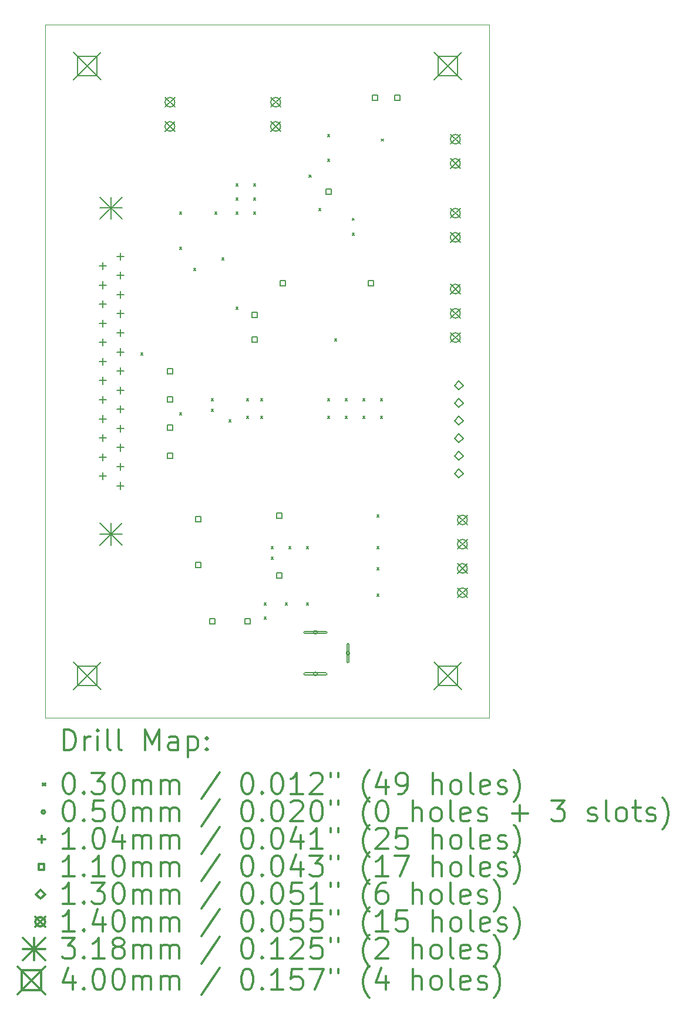
<source format=gbr>
%FSLAX45Y45*%
G04 Gerber Fmt 4.5, Leading zero omitted, Abs format (unit mm)*
G04 Created by KiCad (PCBNEW 4.0.6) date 11/29/17 10:44:15*
%MOMM*%
%LPD*%
G01*
G04 APERTURE LIST*
%ADD10C,0.127000*%
%ADD11C,0.100000*%
%ADD12C,0.200000*%
%ADD13C,0.300000*%
G04 APERTURE END LIST*
D10*
D11*
X5114400Y-14900300D02*
X11514400Y-14900300D01*
X11514400Y-4900300D02*
X11514400Y-14900300D01*
X5114400Y-4900300D02*
X11514400Y-4900300D01*
X5114400Y-4900300D02*
X5114400Y-14900300D01*
D12*
X6487400Y-9637000D02*
X6517400Y-9667000D01*
X6517400Y-9637000D02*
X6487400Y-9667000D01*
X7046200Y-7605000D02*
X7076200Y-7635000D01*
X7076200Y-7605000D02*
X7046200Y-7635000D01*
X7046200Y-8113000D02*
X7076200Y-8143000D01*
X7076200Y-8113000D02*
X7046200Y-8143000D01*
X7046200Y-10500600D02*
X7076200Y-10530600D01*
X7076200Y-10500600D02*
X7046200Y-10530600D01*
X7249400Y-8417800D02*
X7279400Y-8447800D01*
X7279400Y-8417800D02*
X7249400Y-8447800D01*
X7503400Y-10297400D02*
X7533400Y-10327400D01*
X7533400Y-10297400D02*
X7503400Y-10327400D01*
X7503400Y-10449800D02*
X7533400Y-10479800D01*
X7533400Y-10449800D02*
X7503400Y-10479800D01*
X7554200Y-7605000D02*
X7584200Y-7635000D01*
X7584200Y-7605000D02*
X7554200Y-7635000D01*
X7655800Y-8265400D02*
X7685800Y-8295400D01*
X7685800Y-8265400D02*
X7655800Y-8295400D01*
X7757400Y-10602200D02*
X7787400Y-10632200D01*
X7787400Y-10602200D02*
X7757400Y-10632200D01*
X7859000Y-7198600D02*
X7889000Y-7228600D01*
X7889000Y-7198600D02*
X7859000Y-7228600D01*
X7859000Y-7401800D02*
X7889000Y-7431800D01*
X7889000Y-7401800D02*
X7859000Y-7431800D01*
X7859000Y-7605000D02*
X7889000Y-7635000D01*
X7889000Y-7605000D02*
X7859000Y-7635000D01*
X7859000Y-8976600D02*
X7889000Y-9006600D01*
X7889000Y-8976600D02*
X7859000Y-9006600D01*
X8011400Y-10297400D02*
X8041400Y-10327400D01*
X8041400Y-10297400D02*
X8011400Y-10327400D01*
X8011400Y-10551400D02*
X8041400Y-10581400D01*
X8041400Y-10551400D02*
X8011400Y-10581400D01*
X8113000Y-7198600D02*
X8143000Y-7228600D01*
X8143000Y-7198600D02*
X8113000Y-7228600D01*
X8113000Y-7401800D02*
X8143000Y-7431800D01*
X8143000Y-7401800D02*
X8113000Y-7431800D01*
X8113000Y-7605000D02*
X8143000Y-7635000D01*
X8143000Y-7605000D02*
X8113000Y-7635000D01*
X8214600Y-10297400D02*
X8244600Y-10327400D01*
X8244600Y-10297400D02*
X8214600Y-10327400D01*
X8214600Y-10551400D02*
X8244600Y-10581400D01*
X8244600Y-10551400D02*
X8214600Y-10581400D01*
X8265400Y-13243800D02*
X8295400Y-13273800D01*
X8295400Y-13243800D02*
X8265400Y-13273800D01*
X8265400Y-13447000D02*
X8295400Y-13477000D01*
X8295400Y-13447000D02*
X8265400Y-13477000D01*
X8367000Y-12431000D02*
X8397000Y-12461000D01*
X8397000Y-12431000D02*
X8367000Y-12461000D01*
X8367000Y-12583400D02*
X8397000Y-12613400D01*
X8397000Y-12583400D02*
X8367000Y-12613400D01*
X8570200Y-13243800D02*
X8600200Y-13273800D01*
X8600200Y-13243800D02*
X8570200Y-13273800D01*
X8621000Y-12431000D02*
X8651000Y-12461000D01*
X8651000Y-12431000D02*
X8621000Y-12461000D01*
X8875000Y-12431000D02*
X8905000Y-12461000D01*
X8905000Y-12431000D02*
X8875000Y-12461000D01*
X8875000Y-13243800D02*
X8905000Y-13273800D01*
X8905000Y-13243800D02*
X8875000Y-13273800D01*
X8913100Y-7071600D02*
X8943100Y-7101600D01*
X8943100Y-7071600D02*
X8913100Y-7101600D01*
X9052800Y-7554200D02*
X9082800Y-7584200D01*
X9082800Y-7554200D02*
X9052800Y-7584200D01*
X9179800Y-6487400D02*
X9209800Y-6517400D01*
X9209800Y-6487400D02*
X9179800Y-6517400D01*
X9179800Y-6843000D02*
X9209800Y-6873000D01*
X9209800Y-6843000D02*
X9179800Y-6873000D01*
X9179800Y-10297400D02*
X9209800Y-10327400D01*
X9209800Y-10297400D02*
X9179800Y-10327400D01*
X9179800Y-10551400D02*
X9209800Y-10581400D01*
X9209800Y-10551400D02*
X9179800Y-10581400D01*
X9281400Y-9433800D02*
X9311400Y-9463800D01*
X9311400Y-9433800D02*
X9281400Y-9463800D01*
X9433800Y-10297400D02*
X9463800Y-10327400D01*
X9463800Y-10297400D02*
X9433800Y-10327400D01*
X9433800Y-10551400D02*
X9463800Y-10581400D01*
X9463800Y-10551400D02*
X9433800Y-10581400D01*
X9535400Y-7693900D02*
X9565400Y-7723900D01*
X9565400Y-7693900D02*
X9535400Y-7723900D01*
X9535400Y-7909800D02*
X9565400Y-7939800D01*
X9565400Y-7909800D02*
X9535400Y-7939800D01*
X9687800Y-10297400D02*
X9717800Y-10327400D01*
X9717800Y-10297400D02*
X9687800Y-10327400D01*
X9687800Y-10551400D02*
X9717800Y-10581400D01*
X9717800Y-10551400D02*
X9687800Y-10581400D01*
X9891000Y-11973800D02*
X9921000Y-12003800D01*
X9921000Y-11973800D02*
X9891000Y-12003800D01*
X9891000Y-12431000D02*
X9921000Y-12461000D01*
X9921000Y-12431000D02*
X9891000Y-12461000D01*
X9891000Y-12735800D02*
X9921000Y-12765800D01*
X9921000Y-12735800D02*
X9891000Y-12765800D01*
X9891000Y-13116800D02*
X9921000Y-13146800D01*
X9921000Y-13116800D02*
X9891000Y-13146800D01*
X9941800Y-10297400D02*
X9971800Y-10327400D01*
X9971800Y-10297400D02*
X9941800Y-10327400D01*
X9941800Y-10551400D02*
X9971800Y-10581400D01*
X9971800Y-10551400D02*
X9941800Y-10581400D01*
X9954500Y-6550900D02*
X9984500Y-6580900D01*
X9984500Y-6550900D02*
X9954500Y-6580900D01*
X9029700Y-13670000D02*
G75*
G03X9029700Y-13670000I-25000J0D01*
G01*
X8849700Y-13685000D02*
X9159700Y-13685000D01*
X8849700Y-13655000D02*
X9159700Y-13655000D01*
X9159700Y-13685000D02*
G75*
G03X9159700Y-13655000I0J15000D01*
G01*
X8849700Y-13655000D02*
G75*
G03X8849700Y-13685000I0J-15000D01*
G01*
X9029700Y-14270000D02*
G75*
G03X9029700Y-14270000I-25000J0D01*
G01*
X8849700Y-14285000D02*
X9159700Y-14285000D01*
X8849700Y-14255000D02*
X9159700Y-14255000D01*
X9159700Y-14285000D02*
G75*
G03X9159700Y-14255000I0J15000D01*
G01*
X8849700Y-14255000D02*
G75*
G03X8849700Y-14285000I0J-15000D01*
G01*
X9499200Y-13970000D02*
G75*
G03X9499200Y-13970000I-25000J0D01*
G01*
X9489200Y-14097500D02*
X9489200Y-13842500D01*
X9459200Y-14097500D02*
X9459200Y-13842500D01*
X9489200Y-13842500D02*
G75*
G03X9459200Y-13842500I-15000J0D01*
G01*
X9459200Y-14097500D02*
G75*
G03X9489200Y-14097500I15000J0D01*
G01*
X5943092Y-8331400D02*
X5943092Y-8435400D01*
X5891092Y-8383400D02*
X5995092Y-8383400D01*
X5943092Y-8607200D02*
X5943092Y-8711200D01*
X5891092Y-8659200D02*
X5995092Y-8659200D01*
X5943092Y-8883000D02*
X5943092Y-8987000D01*
X5891092Y-8935000D02*
X5995092Y-8935000D01*
X5943092Y-9158800D02*
X5943092Y-9262800D01*
X5891092Y-9210800D02*
X5995092Y-9210800D01*
X5943092Y-9434600D02*
X5943092Y-9538600D01*
X5891092Y-9486600D02*
X5995092Y-9486600D01*
X5943092Y-9710400D02*
X5943092Y-9814400D01*
X5891092Y-9762400D02*
X5995092Y-9762400D01*
X5943092Y-9986200D02*
X5943092Y-10090200D01*
X5891092Y-10038200D02*
X5995092Y-10038200D01*
X5943092Y-10262000D02*
X5943092Y-10366000D01*
X5891092Y-10314000D02*
X5995092Y-10314000D01*
X5943092Y-10537800D02*
X5943092Y-10641800D01*
X5891092Y-10589800D02*
X5995092Y-10589800D01*
X5943092Y-10813600D02*
X5943092Y-10917600D01*
X5891092Y-10865600D02*
X5995092Y-10865600D01*
X5943092Y-11089400D02*
X5943092Y-11193400D01*
X5891092Y-11141400D02*
X5995092Y-11141400D01*
X5943092Y-11365200D02*
X5943092Y-11469200D01*
X5891092Y-11417200D02*
X5995092Y-11417200D01*
X6197092Y-8193500D02*
X6197092Y-8297500D01*
X6145092Y-8245500D02*
X6249092Y-8245500D01*
X6197092Y-8469300D02*
X6197092Y-8573300D01*
X6145092Y-8521300D02*
X6249092Y-8521300D01*
X6197092Y-8745100D02*
X6197092Y-8849100D01*
X6145092Y-8797100D02*
X6249092Y-8797100D01*
X6197092Y-9020900D02*
X6197092Y-9124900D01*
X6145092Y-9072900D02*
X6249092Y-9072900D01*
X6197092Y-9296700D02*
X6197092Y-9400700D01*
X6145092Y-9348700D02*
X6249092Y-9348700D01*
X6197092Y-9572500D02*
X6197092Y-9676500D01*
X6145092Y-9624500D02*
X6249092Y-9624500D01*
X6197092Y-9848300D02*
X6197092Y-9952300D01*
X6145092Y-9900300D02*
X6249092Y-9900300D01*
X6197092Y-10124100D02*
X6197092Y-10228100D01*
X6145092Y-10176100D02*
X6249092Y-10176100D01*
X6197092Y-10399900D02*
X6197092Y-10503900D01*
X6145092Y-10451900D02*
X6249092Y-10451900D01*
X6197092Y-10675700D02*
X6197092Y-10779700D01*
X6145092Y-10727700D02*
X6249092Y-10727700D01*
X6197092Y-10951500D02*
X6197092Y-11055500D01*
X6145092Y-11003500D02*
X6249092Y-11003500D01*
X6197092Y-11227300D02*
X6197092Y-11331300D01*
X6145092Y-11279300D02*
X6249092Y-11279300D01*
X6197092Y-11503100D02*
X6197092Y-11607100D01*
X6145092Y-11555100D02*
X6249092Y-11555100D01*
X6947691Y-9944891D02*
X6947691Y-9867109D01*
X6869909Y-9867109D01*
X6869909Y-9944891D01*
X6947691Y-9944891D01*
X6947691Y-10351291D02*
X6947691Y-10273509D01*
X6869909Y-10273509D01*
X6869909Y-10351291D01*
X6947691Y-10351291D01*
X6947691Y-10757691D02*
X6947691Y-10679909D01*
X6869909Y-10679909D01*
X6869909Y-10757691D01*
X6947691Y-10757691D01*
X6947691Y-11164091D02*
X6947691Y-11086309D01*
X6869909Y-11086309D01*
X6869909Y-11164091D01*
X6947691Y-11164091D01*
X7354091Y-12078491D02*
X7354091Y-12000709D01*
X7276309Y-12000709D01*
X7276309Y-12078491D01*
X7354091Y-12078491D01*
X7354091Y-12738891D02*
X7354091Y-12661109D01*
X7276309Y-12661109D01*
X7276309Y-12738891D01*
X7354091Y-12738891D01*
X7557291Y-13551691D02*
X7557291Y-13473909D01*
X7479509Y-13473909D01*
X7479509Y-13551691D01*
X7557291Y-13551691D01*
X8065291Y-13551691D02*
X8065291Y-13473909D01*
X7987509Y-13473909D01*
X7987509Y-13551691D01*
X8065291Y-13551691D01*
X8166891Y-9132091D02*
X8166891Y-9054309D01*
X8089109Y-9054309D01*
X8089109Y-9132091D01*
X8166891Y-9132091D01*
X8166891Y-9487691D02*
X8166891Y-9409909D01*
X8089109Y-9409909D01*
X8089109Y-9487691D01*
X8166891Y-9487691D01*
X8522491Y-12027691D02*
X8522491Y-11949909D01*
X8444709Y-11949909D01*
X8444709Y-12027691D01*
X8522491Y-12027691D01*
X8522491Y-12891291D02*
X8522491Y-12813509D01*
X8444709Y-12813509D01*
X8444709Y-12891291D01*
X8522491Y-12891291D01*
X8573291Y-8674891D02*
X8573291Y-8597109D01*
X8495509Y-8597109D01*
X8495509Y-8674891D01*
X8573291Y-8674891D01*
X9233691Y-7354091D02*
X9233691Y-7276309D01*
X9155909Y-7276309D01*
X9155909Y-7354091D01*
X9233691Y-7354091D01*
X9843291Y-8674891D02*
X9843291Y-8597109D01*
X9765509Y-8597109D01*
X9765509Y-8674891D01*
X9843291Y-8674891D01*
X9906791Y-5995191D02*
X9906791Y-5917409D01*
X9829009Y-5917409D01*
X9829009Y-5995191D01*
X9906791Y-5995191D01*
X10224291Y-5995191D02*
X10224291Y-5917409D01*
X10146509Y-5917409D01*
X10146509Y-5995191D01*
X10224291Y-5995191D01*
X11074400Y-10174200D02*
X11139400Y-10109200D01*
X11074400Y-10044200D01*
X11009400Y-10109200D01*
X11074400Y-10174200D01*
X11074400Y-10428200D02*
X11139400Y-10363200D01*
X11074400Y-10298200D01*
X11009400Y-10363200D01*
X11074400Y-10428200D01*
X11074400Y-10682200D02*
X11139400Y-10617200D01*
X11074400Y-10552200D01*
X11009400Y-10617200D01*
X11074400Y-10682200D01*
X11074400Y-10936200D02*
X11139400Y-10871200D01*
X11074400Y-10806200D01*
X11009400Y-10871200D01*
X11074400Y-10936200D01*
X11074400Y-11190200D02*
X11139400Y-11125200D01*
X11074400Y-11060200D01*
X11009400Y-11125200D01*
X11074400Y-11190200D01*
X11074400Y-11444200D02*
X11139400Y-11379200D01*
X11074400Y-11314200D01*
X11009400Y-11379200D01*
X11074400Y-11444200D01*
X6838800Y-5952600D02*
X6978800Y-6092600D01*
X6978800Y-5952600D02*
X6838800Y-6092600D01*
X6978800Y-6022600D02*
G75*
G03X6978800Y-6022600I-70000J0D01*
G01*
X6838800Y-6302600D02*
X6978800Y-6442600D01*
X6978800Y-6302600D02*
X6838800Y-6442600D01*
X6978800Y-6372600D02*
G75*
G03X6978800Y-6372600I-70000J0D01*
G01*
X8362800Y-5952600D02*
X8502800Y-6092600D01*
X8502800Y-5952600D02*
X8362800Y-6092600D01*
X8502800Y-6022600D02*
G75*
G03X8502800Y-6022600I-70000J0D01*
G01*
X8362800Y-6302600D02*
X8502800Y-6442600D01*
X8502800Y-6302600D02*
X8362800Y-6442600D01*
X8502800Y-6372600D02*
G75*
G03X8502800Y-6372600I-70000J0D01*
G01*
X10953600Y-6486000D02*
X11093600Y-6626000D01*
X11093600Y-6486000D02*
X10953600Y-6626000D01*
X11093600Y-6556000D02*
G75*
G03X11093600Y-6556000I-70000J0D01*
G01*
X10953600Y-6836000D02*
X11093600Y-6976000D01*
X11093600Y-6836000D02*
X10953600Y-6976000D01*
X11093600Y-6906000D02*
G75*
G03X11093600Y-6906000I-70000J0D01*
G01*
X10953600Y-7552800D02*
X11093600Y-7692800D01*
X11093600Y-7552800D02*
X10953600Y-7692800D01*
X11093600Y-7622800D02*
G75*
G03X11093600Y-7622800I-70000J0D01*
G01*
X10953600Y-7902800D02*
X11093600Y-8042800D01*
X11093600Y-7902800D02*
X10953600Y-8042800D01*
X11093600Y-7972800D02*
G75*
G03X11093600Y-7972800I-70000J0D01*
G01*
X10953600Y-8647800D02*
X11093600Y-8787800D01*
X11093600Y-8647800D02*
X10953600Y-8787800D01*
X11093600Y-8717800D02*
G75*
G03X11093600Y-8717800I-70000J0D01*
G01*
X10953600Y-8997800D02*
X11093600Y-9137800D01*
X11093600Y-8997800D02*
X10953600Y-9137800D01*
X11093600Y-9067800D02*
G75*
G03X11093600Y-9067800I-70000J0D01*
G01*
X10953600Y-9347800D02*
X11093600Y-9487800D01*
X11093600Y-9347800D02*
X10953600Y-9487800D01*
X11093600Y-9417800D02*
G75*
G03X11093600Y-9417800I-70000J0D01*
G01*
X11055200Y-11978000D02*
X11195200Y-12118000D01*
X11195200Y-11978000D02*
X11055200Y-12118000D01*
X11195200Y-12048000D02*
G75*
G03X11195200Y-12048000I-70000J0D01*
G01*
X11055200Y-12328000D02*
X11195200Y-12468000D01*
X11195200Y-12328000D02*
X11055200Y-12468000D01*
X11195200Y-12398000D02*
G75*
G03X11195200Y-12398000I-70000J0D01*
G01*
X11055200Y-12678000D02*
X11195200Y-12818000D01*
X11195200Y-12678000D02*
X11055200Y-12818000D01*
X11195200Y-12748000D02*
G75*
G03X11195200Y-12748000I-70000J0D01*
G01*
X11055200Y-13028000D02*
X11195200Y-13168000D01*
X11195200Y-13028000D02*
X11055200Y-13168000D01*
X11195200Y-13098000D02*
G75*
G03X11195200Y-13098000I-70000J0D01*
G01*
X5898092Y-7390500D02*
X6216092Y-7708500D01*
X6216092Y-7390500D02*
X5898092Y-7708500D01*
X6057092Y-7390500D02*
X6057092Y-7708500D01*
X5898092Y-7549500D02*
X6216092Y-7549500D01*
X5898092Y-12092100D02*
X6216092Y-12410100D01*
X6216092Y-12092100D02*
X5898092Y-12410100D01*
X6057092Y-12092100D02*
X6057092Y-12410100D01*
X5898092Y-12251100D02*
X6216092Y-12251100D01*
X5514400Y-5300300D02*
X5914400Y-5700300D01*
X5914400Y-5300300D02*
X5514400Y-5700300D01*
X5855823Y-5641723D02*
X5855823Y-5358877D01*
X5572977Y-5358877D01*
X5572977Y-5641723D01*
X5855823Y-5641723D01*
X5514400Y-14100300D02*
X5914400Y-14500300D01*
X5914400Y-14100300D02*
X5514400Y-14500300D01*
X5855823Y-14441723D02*
X5855823Y-14158877D01*
X5572977Y-14158877D01*
X5572977Y-14441723D01*
X5855823Y-14441723D01*
X10714400Y-5300300D02*
X11114400Y-5700300D01*
X11114400Y-5300300D02*
X10714400Y-5700300D01*
X11055823Y-5641723D02*
X11055823Y-5358877D01*
X10772977Y-5358877D01*
X10772977Y-5641723D01*
X11055823Y-5641723D01*
X10714400Y-14100300D02*
X11114400Y-14500300D01*
X11114400Y-14100300D02*
X10714400Y-14500300D01*
X11055823Y-14441723D02*
X11055823Y-14158877D01*
X10772977Y-14158877D01*
X10772977Y-14441723D01*
X11055823Y-14441723D01*
D13*
X5380829Y-15371014D02*
X5380829Y-15071014D01*
X5452257Y-15071014D01*
X5495114Y-15085300D01*
X5523686Y-15113871D01*
X5537971Y-15142443D01*
X5552257Y-15199586D01*
X5552257Y-15242443D01*
X5537971Y-15299586D01*
X5523686Y-15328157D01*
X5495114Y-15356729D01*
X5452257Y-15371014D01*
X5380829Y-15371014D01*
X5680828Y-15371014D02*
X5680828Y-15171014D01*
X5680828Y-15228157D02*
X5695114Y-15199586D01*
X5709400Y-15185300D01*
X5737971Y-15171014D01*
X5766543Y-15171014D01*
X5866543Y-15371014D02*
X5866543Y-15171014D01*
X5866543Y-15071014D02*
X5852257Y-15085300D01*
X5866543Y-15099586D01*
X5880828Y-15085300D01*
X5866543Y-15071014D01*
X5866543Y-15099586D01*
X6052257Y-15371014D02*
X6023686Y-15356729D01*
X6009400Y-15328157D01*
X6009400Y-15071014D01*
X6209400Y-15371014D02*
X6180828Y-15356729D01*
X6166543Y-15328157D01*
X6166543Y-15071014D01*
X6552257Y-15371014D02*
X6552257Y-15071014D01*
X6652257Y-15285300D01*
X6752257Y-15071014D01*
X6752257Y-15371014D01*
X7023686Y-15371014D02*
X7023686Y-15213871D01*
X7009400Y-15185300D01*
X6980828Y-15171014D01*
X6923686Y-15171014D01*
X6895114Y-15185300D01*
X7023686Y-15356729D02*
X6995114Y-15371014D01*
X6923686Y-15371014D01*
X6895114Y-15356729D01*
X6880828Y-15328157D01*
X6880828Y-15299586D01*
X6895114Y-15271014D01*
X6923686Y-15256729D01*
X6995114Y-15256729D01*
X7023686Y-15242443D01*
X7166543Y-15171014D02*
X7166543Y-15471014D01*
X7166543Y-15185300D02*
X7195114Y-15171014D01*
X7252257Y-15171014D01*
X7280828Y-15185300D01*
X7295114Y-15199586D01*
X7309400Y-15228157D01*
X7309400Y-15313871D01*
X7295114Y-15342443D01*
X7280828Y-15356729D01*
X7252257Y-15371014D01*
X7195114Y-15371014D01*
X7166543Y-15356729D01*
X7437971Y-15342443D02*
X7452257Y-15356729D01*
X7437971Y-15371014D01*
X7423686Y-15356729D01*
X7437971Y-15342443D01*
X7437971Y-15371014D01*
X7437971Y-15185300D02*
X7452257Y-15199586D01*
X7437971Y-15213871D01*
X7423686Y-15199586D01*
X7437971Y-15185300D01*
X7437971Y-15213871D01*
X5079400Y-15850300D02*
X5109400Y-15880300D01*
X5109400Y-15850300D02*
X5079400Y-15880300D01*
X5437971Y-15701014D02*
X5466543Y-15701014D01*
X5495114Y-15715300D01*
X5509400Y-15729586D01*
X5523686Y-15758157D01*
X5537971Y-15815300D01*
X5537971Y-15886729D01*
X5523686Y-15943871D01*
X5509400Y-15972443D01*
X5495114Y-15986729D01*
X5466543Y-16001014D01*
X5437971Y-16001014D01*
X5409400Y-15986729D01*
X5395114Y-15972443D01*
X5380829Y-15943871D01*
X5366543Y-15886729D01*
X5366543Y-15815300D01*
X5380829Y-15758157D01*
X5395114Y-15729586D01*
X5409400Y-15715300D01*
X5437971Y-15701014D01*
X5666543Y-15972443D02*
X5680828Y-15986729D01*
X5666543Y-16001014D01*
X5652257Y-15986729D01*
X5666543Y-15972443D01*
X5666543Y-16001014D01*
X5780828Y-15701014D02*
X5966543Y-15701014D01*
X5866543Y-15815300D01*
X5909400Y-15815300D01*
X5937971Y-15829586D01*
X5952257Y-15843871D01*
X5966543Y-15872443D01*
X5966543Y-15943871D01*
X5952257Y-15972443D01*
X5937971Y-15986729D01*
X5909400Y-16001014D01*
X5823686Y-16001014D01*
X5795114Y-15986729D01*
X5780828Y-15972443D01*
X6152257Y-15701014D02*
X6180828Y-15701014D01*
X6209400Y-15715300D01*
X6223686Y-15729586D01*
X6237971Y-15758157D01*
X6252257Y-15815300D01*
X6252257Y-15886729D01*
X6237971Y-15943871D01*
X6223686Y-15972443D01*
X6209400Y-15986729D01*
X6180828Y-16001014D01*
X6152257Y-16001014D01*
X6123686Y-15986729D01*
X6109400Y-15972443D01*
X6095114Y-15943871D01*
X6080828Y-15886729D01*
X6080828Y-15815300D01*
X6095114Y-15758157D01*
X6109400Y-15729586D01*
X6123686Y-15715300D01*
X6152257Y-15701014D01*
X6380828Y-16001014D02*
X6380828Y-15801014D01*
X6380828Y-15829586D02*
X6395114Y-15815300D01*
X6423686Y-15801014D01*
X6466543Y-15801014D01*
X6495114Y-15815300D01*
X6509400Y-15843871D01*
X6509400Y-16001014D01*
X6509400Y-15843871D02*
X6523686Y-15815300D01*
X6552257Y-15801014D01*
X6595114Y-15801014D01*
X6623686Y-15815300D01*
X6637971Y-15843871D01*
X6637971Y-16001014D01*
X6780828Y-16001014D02*
X6780828Y-15801014D01*
X6780828Y-15829586D02*
X6795114Y-15815300D01*
X6823686Y-15801014D01*
X6866543Y-15801014D01*
X6895114Y-15815300D01*
X6909400Y-15843871D01*
X6909400Y-16001014D01*
X6909400Y-15843871D02*
X6923686Y-15815300D01*
X6952257Y-15801014D01*
X6995114Y-15801014D01*
X7023686Y-15815300D01*
X7037971Y-15843871D01*
X7037971Y-16001014D01*
X7623686Y-15686729D02*
X7366543Y-16072443D01*
X8009400Y-15701014D02*
X8037971Y-15701014D01*
X8066543Y-15715300D01*
X8080828Y-15729586D01*
X8095114Y-15758157D01*
X8109400Y-15815300D01*
X8109400Y-15886729D01*
X8095114Y-15943871D01*
X8080828Y-15972443D01*
X8066543Y-15986729D01*
X8037971Y-16001014D01*
X8009400Y-16001014D01*
X7980828Y-15986729D01*
X7966543Y-15972443D01*
X7952257Y-15943871D01*
X7937971Y-15886729D01*
X7937971Y-15815300D01*
X7952257Y-15758157D01*
X7966543Y-15729586D01*
X7980828Y-15715300D01*
X8009400Y-15701014D01*
X8237971Y-15972443D02*
X8252257Y-15986729D01*
X8237971Y-16001014D01*
X8223686Y-15986729D01*
X8237971Y-15972443D01*
X8237971Y-16001014D01*
X8437971Y-15701014D02*
X8466543Y-15701014D01*
X8495114Y-15715300D01*
X8509400Y-15729586D01*
X8523686Y-15758157D01*
X8537971Y-15815300D01*
X8537971Y-15886729D01*
X8523686Y-15943871D01*
X8509400Y-15972443D01*
X8495114Y-15986729D01*
X8466543Y-16001014D01*
X8437971Y-16001014D01*
X8409400Y-15986729D01*
X8395114Y-15972443D01*
X8380828Y-15943871D01*
X8366543Y-15886729D01*
X8366543Y-15815300D01*
X8380828Y-15758157D01*
X8395114Y-15729586D01*
X8409400Y-15715300D01*
X8437971Y-15701014D01*
X8823686Y-16001014D02*
X8652257Y-16001014D01*
X8737971Y-16001014D02*
X8737971Y-15701014D01*
X8709400Y-15743871D01*
X8680828Y-15772443D01*
X8652257Y-15786729D01*
X8937971Y-15729586D02*
X8952257Y-15715300D01*
X8980828Y-15701014D01*
X9052257Y-15701014D01*
X9080828Y-15715300D01*
X9095114Y-15729586D01*
X9109400Y-15758157D01*
X9109400Y-15786729D01*
X9095114Y-15829586D01*
X8923686Y-16001014D01*
X9109400Y-16001014D01*
X9223686Y-15701014D02*
X9223686Y-15758157D01*
X9337971Y-15701014D02*
X9337971Y-15758157D01*
X9780828Y-16115300D02*
X9766543Y-16101014D01*
X9737971Y-16058157D01*
X9723686Y-16029586D01*
X9709400Y-15986729D01*
X9695114Y-15915300D01*
X9695114Y-15858157D01*
X9709400Y-15786729D01*
X9723686Y-15743871D01*
X9737971Y-15715300D01*
X9766543Y-15672443D01*
X9780828Y-15658157D01*
X10023686Y-15801014D02*
X10023686Y-16001014D01*
X9952257Y-15686729D02*
X9880828Y-15901014D01*
X10066543Y-15901014D01*
X10195114Y-16001014D02*
X10252257Y-16001014D01*
X10280828Y-15986729D01*
X10295114Y-15972443D01*
X10323686Y-15929586D01*
X10337971Y-15872443D01*
X10337971Y-15758157D01*
X10323686Y-15729586D01*
X10309400Y-15715300D01*
X10280828Y-15701014D01*
X10223686Y-15701014D01*
X10195114Y-15715300D01*
X10180828Y-15729586D01*
X10166543Y-15758157D01*
X10166543Y-15829586D01*
X10180828Y-15858157D01*
X10195114Y-15872443D01*
X10223686Y-15886729D01*
X10280828Y-15886729D01*
X10309400Y-15872443D01*
X10323686Y-15858157D01*
X10337971Y-15829586D01*
X10695114Y-16001014D02*
X10695114Y-15701014D01*
X10823686Y-16001014D02*
X10823686Y-15843871D01*
X10809400Y-15815300D01*
X10780828Y-15801014D01*
X10737971Y-15801014D01*
X10709400Y-15815300D01*
X10695114Y-15829586D01*
X11009400Y-16001014D02*
X10980828Y-15986729D01*
X10966543Y-15972443D01*
X10952257Y-15943871D01*
X10952257Y-15858157D01*
X10966543Y-15829586D01*
X10980828Y-15815300D01*
X11009400Y-15801014D01*
X11052257Y-15801014D01*
X11080828Y-15815300D01*
X11095114Y-15829586D01*
X11109400Y-15858157D01*
X11109400Y-15943871D01*
X11095114Y-15972443D01*
X11080828Y-15986729D01*
X11052257Y-16001014D01*
X11009400Y-16001014D01*
X11280828Y-16001014D02*
X11252257Y-15986729D01*
X11237971Y-15958157D01*
X11237971Y-15701014D01*
X11509400Y-15986729D02*
X11480828Y-16001014D01*
X11423686Y-16001014D01*
X11395114Y-15986729D01*
X11380828Y-15958157D01*
X11380828Y-15843871D01*
X11395114Y-15815300D01*
X11423686Y-15801014D01*
X11480828Y-15801014D01*
X11509400Y-15815300D01*
X11523686Y-15843871D01*
X11523686Y-15872443D01*
X11380828Y-15901014D01*
X11637971Y-15986729D02*
X11666543Y-16001014D01*
X11723686Y-16001014D01*
X11752257Y-15986729D01*
X11766543Y-15958157D01*
X11766543Y-15943871D01*
X11752257Y-15915300D01*
X11723686Y-15901014D01*
X11680828Y-15901014D01*
X11652257Y-15886729D01*
X11637971Y-15858157D01*
X11637971Y-15843871D01*
X11652257Y-15815300D01*
X11680828Y-15801014D01*
X11723686Y-15801014D01*
X11752257Y-15815300D01*
X11866543Y-16115300D02*
X11880828Y-16101014D01*
X11909400Y-16058157D01*
X11923686Y-16029586D01*
X11937971Y-15986729D01*
X11952257Y-15915300D01*
X11952257Y-15858157D01*
X11937971Y-15786729D01*
X11923686Y-15743871D01*
X11909400Y-15715300D01*
X11880828Y-15672443D01*
X11866543Y-15658157D01*
X5109400Y-16261300D02*
G75*
G03X5109400Y-16261300I-25000J0D01*
G01*
X5437971Y-16097014D02*
X5466543Y-16097014D01*
X5495114Y-16111300D01*
X5509400Y-16125586D01*
X5523686Y-16154157D01*
X5537971Y-16211300D01*
X5537971Y-16282729D01*
X5523686Y-16339871D01*
X5509400Y-16368443D01*
X5495114Y-16382729D01*
X5466543Y-16397014D01*
X5437971Y-16397014D01*
X5409400Y-16382729D01*
X5395114Y-16368443D01*
X5380829Y-16339871D01*
X5366543Y-16282729D01*
X5366543Y-16211300D01*
X5380829Y-16154157D01*
X5395114Y-16125586D01*
X5409400Y-16111300D01*
X5437971Y-16097014D01*
X5666543Y-16368443D02*
X5680828Y-16382729D01*
X5666543Y-16397014D01*
X5652257Y-16382729D01*
X5666543Y-16368443D01*
X5666543Y-16397014D01*
X5952257Y-16097014D02*
X5809400Y-16097014D01*
X5795114Y-16239871D01*
X5809400Y-16225586D01*
X5837971Y-16211300D01*
X5909400Y-16211300D01*
X5937971Y-16225586D01*
X5952257Y-16239871D01*
X5966543Y-16268443D01*
X5966543Y-16339871D01*
X5952257Y-16368443D01*
X5937971Y-16382729D01*
X5909400Y-16397014D01*
X5837971Y-16397014D01*
X5809400Y-16382729D01*
X5795114Y-16368443D01*
X6152257Y-16097014D02*
X6180828Y-16097014D01*
X6209400Y-16111300D01*
X6223686Y-16125586D01*
X6237971Y-16154157D01*
X6252257Y-16211300D01*
X6252257Y-16282729D01*
X6237971Y-16339871D01*
X6223686Y-16368443D01*
X6209400Y-16382729D01*
X6180828Y-16397014D01*
X6152257Y-16397014D01*
X6123686Y-16382729D01*
X6109400Y-16368443D01*
X6095114Y-16339871D01*
X6080828Y-16282729D01*
X6080828Y-16211300D01*
X6095114Y-16154157D01*
X6109400Y-16125586D01*
X6123686Y-16111300D01*
X6152257Y-16097014D01*
X6380828Y-16397014D02*
X6380828Y-16197014D01*
X6380828Y-16225586D02*
X6395114Y-16211300D01*
X6423686Y-16197014D01*
X6466543Y-16197014D01*
X6495114Y-16211300D01*
X6509400Y-16239871D01*
X6509400Y-16397014D01*
X6509400Y-16239871D02*
X6523686Y-16211300D01*
X6552257Y-16197014D01*
X6595114Y-16197014D01*
X6623686Y-16211300D01*
X6637971Y-16239871D01*
X6637971Y-16397014D01*
X6780828Y-16397014D02*
X6780828Y-16197014D01*
X6780828Y-16225586D02*
X6795114Y-16211300D01*
X6823686Y-16197014D01*
X6866543Y-16197014D01*
X6895114Y-16211300D01*
X6909400Y-16239871D01*
X6909400Y-16397014D01*
X6909400Y-16239871D02*
X6923686Y-16211300D01*
X6952257Y-16197014D01*
X6995114Y-16197014D01*
X7023686Y-16211300D01*
X7037971Y-16239871D01*
X7037971Y-16397014D01*
X7623686Y-16082729D02*
X7366543Y-16468443D01*
X8009400Y-16097014D02*
X8037971Y-16097014D01*
X8066543Y-16111300D01*
X8080828Y-16125586D01*
X8095114Y-16154157D01*
X8109400Y-16211300D01*
X8109400Y-16282729D01*
X8095114Y-16339871D01*
X8080828Y-16368443D01*
X8066543Y-16382729D01*
X8037971Y-16397014D01*
X8009400Y-16397014D01*
X7980828Y-16382729D01*
X7966543Y-16368443D01*
X7952257Y-16339871D01*
X7937971Y-16282729D01*
X7937971Y-16211300D01*
X7952257Y-16154157D01*
X7966543Y-16125586D01*
X7980828Y-16111300D01*
X8009400Y-16097014D01*
X8237971Y-16368443D02*
X8252257Y-16382729D01*
X8237971Y-16397014D01*
X8223686Y-16382729D01*
X8237971Y-16368443D01*
X8237971Y-16397014D01*
X8437971Y-16097014D02*
X8466543Y-16097014D01*
X8495114Y-16111300D01*
X8509400Y-16125586D01*
X8523686Y-16154157D01*
X8537971Y-16211300D01*
X8537971Y-16282729D01*
X8523686Y-16339871D01*
X8509400Y-16368443D01*
X8495114Y-16382729D01*
X8466543Y-16397014D01*
X8437971Y-16397014D01*
X8409400Y-16382729D01*
X8395114Y-16368443D01*
X8380828Y-16339871D01*
X8366543Y-16282729D01*
X8366543Y-16211300D01*
X8380828Y-16154157D01*
X8395114Y-16125586D01*
X8409400Y-16111300D01*
X8437971Y-16097014D01*
X8652257Y-16125586D02*
X8666543Y-16111300D01*
X8695114Y-16097014D01*
X8766543Y-16097014D01*
X8795114Y-16111300D01*
X8809400Y-16125586D01*
X8823686Y-16154157D01*
X8823686Y-16182729D01*
X8809400Y-16225586D01*
X8637971Y-16397014D01*
X8823686Y-16397014D01*
X9009400Y-16097014D02*
X9037971Y-16097014D01*
X9066543Y-16111300D01*
X9080828Y-16125586D01*
X9095114Y-16154157D01*
X9109400Y-16211300D01*
X9109400Y-16282729D01*
X9095114Y-16339871D01*
X9080828Y-16368443D01*
X9066543Y-16382729D01*
X9037971Y-16397014D01*
X9009400Y-16397014D01*
X8980828Y-16382729D01*
X8966543Y-16368443D01*
X8952257Y-16339871D01*
X8937971Y-16282729D01*
X8937971Y-16211300D01*
X8952257Y-16154157D01*
X8966543Y-16125586D01*
X8980828Y-16111300D01*
X9009400Y-16097014D01*
X9223686Y-16097014D02*
X9223686Y-16154157D01*
X9337971Y-16097014D02*
X9337971Y-16154157D01*
X9780828Y-16511300D02*
X9766543Y-16497014D01*
X9737971Y-16454157D01*
X9723686Y-16425586D01*
X9709400Y-16382729D01*
X9695114Y-16311300D01*
X9695114Y-16254157D01*
X9709400Y-16182729D01*
X9723686Y-16139871D01*
X9737971Y-16111300D01*
X9766543Y-16068443D01*
X9780828Y-16054157D01*
X9952257Y-16097014D02*
X9980828Y-16097014D01*
X10009400Y-16111300D01*
X10023686Y-16125586D01*
X10037971Y-16154157D01*
X10052257Y-16211300D01*
X10052257Y-16282729D01*
X10037971Y-16339871D01*
X10023686Y-16368443D01*
X10009400Y-16382729D01*
X9980828Y-16397014D01*
X9952257Y-16397014D01*
X9923686Y-16382729D01*
X9909400Y-16368443D01*
X9895114Y-16339871D01*
X9880828Y-16282729D01*
X9880828Y-16211300D01*
X9895114Y-16154157D01*
X9909400Y-16125586D01*
X9923686Y-16111300D01*
X9952257Y-16097014D01*
X10409400Y-16397014D02*
X10409400Y-16097014D01*
X10537971Y-16397014D02*
X10537971Y-16239871D01*
X10523686Y-16211300D01*
X10495114Y-16197014D01*
X10452257Y-16197014D01*
X10423686Y-16211300D01*
X10409400Y-16225586D01*
X10723686Y-16397014D02*
X10695114Y-16382729D01*
X10680828Y-16368443D01*
X10666543Y-16339871D01*
X10666543Y-16254157D01*
X10680828Y-16225586D01*
X10695114Y-16211300D01*
X10723686Y-16197014D01*
X10766543Y-16197014D01*
X10795114Y-16211300D01*
X10809400Y-16225586D01*
X10823686Y-16254157D01*
X10823686Y-16339871D01*
X10809400Y-16368443D01*
X10795114Y-16382729D01*
X10766543Y-16397014D01*
X10723686Y-16397014D01*
X10995114Y-16397014D02*
X10966543Y-16382729D01*
X10952257Y-16354157D01*
X10952257Y-16097014D01*
X11223686Y-16382729D02*
X11195114Y-16397014D01*
X11137971Y-16397014D01*
X11109400Y-16382729D01*
X11095114Y-16354157D01*
X11095114Y-16239871D01*
X11109400Y-16211300D01*
X11137971Y-16197014D01*
X11195114Y-16197014D01*
X11223686Y-16211300D01*
X11237971Y-16239871D01*
X11237971Y-16268443D01*
X11095114Y-16297014D01*
X11352257Y-16382729D02*
X11380828Y-16397014D01*
X11437971Y-16397014D01*
X11466543Y-16382729D01*
X11480828Y-16354157D01*
X11480828Y-16339871D01*
X11466543Y-16311300D01*
X11437971Y-16297014D01*
X11395114Y-16297014D01*
X11366543Y-16282729D01*
X11352257Y-16254157D01*
X11352257Y-16239871D01*
X11366543Y-16211300D01*
X11395114Y-16197014D01*
X11437971Y-16197014D01*
X11466543Y-16211300D01*
X11837971Y-16282729D02*
X12066543Y-16282729D01*
X11952257Y-16397014D02*
X11952257Y-16168443D01*
X12409400Y-16097014D02*
X12595114Y-16097014D01*
X12495114Y-16211300D01*
X12537971Y-16211300D01*
X12566543Y-16225586D01*
X12580828Y-16239871D01*
X12595114Y-16268443D01*
X12595114Y-16339871D01*
X12580828Y-16368443D01*
X12566543Y-16382729D01*
X12537971Y-16397014D01*
X12452257Y-16397014D01*
X12423686Y-16382729D01*
X12409400Y-16368443D01*
X12937971Y-16382729D02*
X12966543Y-16397014D01*
X13023685Y-16397014D01*
X13052257Y-16382729D01*
X13066543Y-16354157D01*
X13066543Y-16339871D01*
X13052257Y-16311300D01*
X13023685Y-16297014D01*
X12980828Y-16297014D01*
X12952257Y-16282729D01*
X12937971Y-16254157D01*
X12937971Y-16239871D01*
X12952257Y-16211300D01*
X12980828Y-16197014D01*
X13023685Y-16197014D01*
X13052257Y-16211300D01*
X13237971Y-16397014D02*
X13209400Y-16382729D01*
X13195114Y-16354157D01*
X13195114Y-16097014D01*
X13395114Y-16397014D02*
X13366543Y-16382729D01*
X13352257Y-16368443D01*
X13337971Y-16339871D01*
X13337971Y-16254157D01*
X13352257Y-16225586D01*
X13366543Y-16211300D01*
X13395114Y-16197014D01*
X13437971Y-16197014D01*
X13466543Y-16211300D01*
X13480828Y-16225586D01*
X13495114Y-16254157D01*
X13495114Y-16339871D01*
X13480828Y-16368443D01*
X13466543Y-16382729D01*
X13437971Y-16397014D01*
X13395114Y-16397014D01*
X13580828Y-16197014D02*
X13695114Y-16197014D01*
X13623686Y-16097014D02*
X13623686Y-16354157D01*
X13637971Y-16382729D01*
X13666543Y-16397014D01*
X13695114Y-16397014D01*
X13780828Y-16382729D02*
X13809400Y-16397014D01*
X13866543Y-16397014D01*
X13895114Y-16382729D01*
X13909400Y-16354157D01*
X13909400Y-16339871D01*
X13895114Y-16311300D01*
X13866543Y-16297014D01*
X13823686Y-16297014D01*
X13795114Y-16282729D01*
X13780828Y-16254157D01*
X13780828Y-16239871D01*
X13795114Y-16211300D01*
X13823686Y-16197014D01*
X13866543Y-16197014D01*
X13895114Y-16211300D01*
X14009400Y-16511300D02*
X14023686Y-16497014D01*
X14052257Y-16454157D01*
X14066543Y-16425586D01*
X14080828Y-16382729D01*
X14095114Y-16311300D01*
X14095114Y-16254157D01*
X14080828Y-16182729D01*
X14066543Y-16139871D01*
X14052257Y-16111300D01*
X14023686Y-16068443D01*
X14009400Y-16054157D01*
X5057400Y-16605300D02*
X5057400Y-16709300D01*
X5005400Y-16657300D02*
X5109400Y-16657300D01*
X5537971Y-16793014D02*
X5366543Y-16793014D01*
X5452257Y-16793014D02*
X5452257Y-16493014D01*
X5423686Y-16535871D01*
X5395114Y-16564443D01*
X5366543Y-16578729D01*
X5666543Y-16764443D02*
X5680828Y-16778729D01*
X5666543Y-16793014D01*
X5652257Y-16778729D01*
X5666543Y-16764443D01*
X5666543Y-16793014D01*
X5866543Y-16493014D02*
X5895114Y-16493014D01*
X5923686Y-16507300D01*
X5937971Y-16521586D01*
X5952257Y-16550157D01*
X5966543Y-16607300D01*
X5966543Y-16678729D01*
X5952257Y-16735871D01*
X5937971Y-16764443D01*
X5923686Y-16778729D01*
X5895114Y-16793014D01*
X5866543Y-16793014D01*
X5837971Y-16778729D01*
X5823686Y-16764443D01*
X5809400Y-16735871D01*
X5795114Y-16678729D01*
X5795114Y-16607300D01*
X5809400Y-16550157D01*
X5823686Y-16521586D01*
X5837971Y-16507300D01*
X5866543Y-16493014D01*
X6223686Y-16593014D02*
X6223686Y-16793014D01*
X6152257Y-16478729D02*
X6080828Y-16693014D01*
X6266543Y-16693014D01*
X6380828Y-16793014D02*
X6380828Y-16593014D01*
X6380828Y-16621586D02*
X6395114Y-16607300D01*
X6423686Y-16593014D01*
X6466543Y-16593014D01*
X6495114Y-16607300D01*
X6509400Y-16635871D01*
X6509400Y-16793014D01*
X6509400Y-16635871D02*
X6523686Y-16607300D01*
X6552257Y-16593014D01*
X6595114Y-16593014D01*
X6623686Y-16607300D01*
X6637971Y-16635871D01*
X6637971Y-16793014D01*
X6780828Y-16793014D02*
X6780828Y-16593014D01*
X6780828Y-16621586D02*
X6795114Y-16607300D01*
X6823686Y-16593014D01*
X6866543Y-16593014D01*
X6895114Y-16607300D01*
X6909400Y-16635871D01*
X6909400Y-16793014D01*
X6909400Y-16635871D02*
X6923686Y-16607300D01*
X6952257Y-16593014D01*
X6995114Y-16593014D01*
X7023686Y-16607300D01*
X7037971Y-16635871D01*
X7037971Y-16793014D01*
X7623686Y-16478729D02*
X7366543Y-16864443D01*
X8009400Y-16493014D02*
X8037971Y-16493014D01*
X8066543Y-16507300D01*
X8080828Y-16521586D01*
X8095114Y-16550157D01*
X8109400Y-16607300D01*
X8109400Y-16678729D01*
X8095114Y-16735871D01*
X8080828Y-16764443D01*
X8066543Y-16778729D01*
X8037971Y-16793014D01*
X8009400Y-16793014D01*
X7980828Y-16778729D01*
X7966543Y-16764443D01*
X7952257Y-16735871D01*
X7937971Y-16678729D01*
X7937971Y-16607300D01*
X7952257Y-16550157D01*
X7966543Y-16521586D01*
X7980828Y-16507300D01*
X8009400Y-16493014D01*
X8237971Y-16764443D02*
X8252257Y-16778729D01*
X8237971Y-16793014D01*
X8223686Y-16778729D01*
X8237971Y-16764443D01*
X8237971Y-16793014D01*
X8437971Y-16493014D02*
X8466543Y-16493014D01*
X8495114Y-16507300D01*
X8509400Y-16521586D01*
X8523686Y-16550157D01*
X8537971Y-16607300D01*
X8537971Y-16678729D01*
X8523686Y-16735871D01*
X8509400Y-16764443D01*
X8495114Y-16778729D01*
X8466543Y-16793014D01*
X8437971Y-16793014D01*
X8409400Y-16778729D01*
X8395114Y-16764443D01*
X8380828Y-16735871D01*
X8366543Y-16678729D01*
X8366543Y-16607300D01*
X8380828Y-16550157D01*
X8395114Y-16521586D01*
X8409400Y-16507300D01*
X8437971Y-16493014D01*
X8795114Y-16593014D02*
X8795114Y-16793014D01*
X8723686Y-16478729D02*
X8652257Y-16693014D01*
X8837971Y-16693014D01*
X9109400Y-16793014D02*
X8937971Y-16793014D01*
X9023686Y-16793014D02*
X9023686Y-16493014D01*
X8995114Y-16535871D01*
X8966543Y-16564443D01*
X8937971Y-16578729D01*
X9223686Y-16493014D02*
X9223686Y-16550157D01*
X9337971Y-16493014D02*
X9337971Y-16550157D01*
X9780828Y-16907300D02*
X9766543Y-16893014D01*
X9737971Y-16850157D01*
X9723686Y-16821586D01*
X9709400Y-16778729D01*
X9695114Y-16707300D01*
X9695114Y-16650157D01*
X9709400Y-16578729D01*
X9723686Y-16535871D01*
X9737971Y-16507300D01*
X9766543Y-16464443D01*
X9780828Y-16450157D01*
X9880828Y-16521586D02*
X9895114Y-16507300D01*
X9923686Y-16493014D01*
X9995114Y-16493014D01*
X10023686Y-16507300D01*
X10037971Y-16521586D01*
X10052257Y-16550157D01*
X10052257Y-16578729D01*
X10037971Y-16621586D01*
X9866543Y-16793014D01*
X10052257Y-16793014D01*
X10323686Y-16493014D02*
X10180828Y-16493014D01*
X10166543Y-16635871D01*
X10180828Y-16621586D01*
X10209400Y-16607300D01*
X10280828Y-16607300D01*
X10309400Y-16621586D01*
X10323686Y-16635871D01*
X10337971Y-16664443D01*
X10337971Y-16735871D01*
X10323686Y-16764443D01*
X10309400Y-16778729D01*
X10280828Y-16793014D01*
X10209400Y-16793014D01*
X10180828Y-16778729D01*
X10166543Y-16764443D01*
X10695114Y-16793014D02*
X10695114Y-16493014D01*
X10823686Y-16793014D02*
X10823686Y-16635871D01*
X10809400Y-16607300D01*
X10780828Y-16593014D01*
X10737971Y-16593014D01*
X10709400Y-16607300D01*
X10695114Y-16621586D01*
X11009400Y-16793014D02*
X10980828Y-16778729D01*
X10966543Y-16764443D01*
X10952257Y-16735871D01*
X10952257Y-16650157D01*
X10966543Y-16621586D01*
X10980828Y-16607300D01*
X11009400Y-16593014D01*
X11052257Y-16593014D01*
X11080828Y-16607300D01*
X11095114Y-16621586D01*
X11109400Y-16650157D01*
X11109400Y-16735871D01*
X11095114Y-16764443D01*
X11080828Y-16778729D01*
X11052257Y-16793014D01*
X11009400Y-16793014D01*
X11280828Y-16793014D02*
X11252257Y-16778729D01*
X11237971Y-16750157D01*
X11237971Y-16493014D01*
X11509400Y-16778729D02*
X11480828Y-16793014D01*
X11423686Y-16793014D01*
X11395114Y-16778729D01*
X11380828Y-16750157D01*
X11380828Y-16635871D01*
X11395114Y-16607300D01*
X11423686Y-16593014D01*
X11480828Y-16593014D01*
X11509400Y-16607300D01*
X11523686Y-16635871D01*
X11523686Y-16664443D01*
X11380828Y-16693014D01*
X11637971Y-16778729D02*
X11666543Y-16793014D01*
X11723686Y-16793014D01*
X11752257Y-16778729D01*
X11766543Y-16750157D01*
X11766543Y-16735871D01*
X11752257Y-16707300D01*
X11723686Y-16693014D01*
X11680828Y-16693014D01*
X11652257Y-16678729D01*
X11637971Y-16650157D01*
X11637971Y-16635871D01*
X11652257Y-16607300D01*
X11680828Y-16593014D01*
X11723686Y-16593014D01*
X11752257Y-16607300D01*
X11866543Y-16907300D02*
X11880828Y-16893014D01*
X11909400Y-16850157D01*
X11923686Y-16821586D01*
X11937971Y-16778729D01*
X11952257Y-16707300D01*
X11952257Y-16650157D01*
X11937971Y-16578729D01*
X11923686Y-16535871D01*
X11909400Y-16507300D01*
X11880828Y-16464443D01*
X11866543Y-16450157D01*
X5093291Y-17092191D02*
X5093291Y-17014409D01*
X5015509Y-17014409D01*
X5015509Y-17092191D01*
X5093291Y-17092191D01*
X5537971Y-17189014D02*
X5366543Y-17189014D01*
X5452257Y-17189014D02*
X5452257Y-16889014D01*
X5423686Y-16931872D01*
X5395114Y-16960443D01*
X5366543Y-16974729D01*
X5666543Y-17160443D02*
X5680828Y-17174729D01*
X5666543Y-17189014D01*
X5652257Y-17174729D01*
X5666543Y-17160443D01*
X5666543Y-17189014D01*
X5966543Y-17189014D02*
X5795114Y-17189014D01*
X5880828Y-17189014D02*
X5880828Y-16889014D01*
X5852257Y-16931872D01*
X5823686Y-16960443D01*
X5795114Y-16974729D01*
X6152257Y-16889014D02*
X6180828Y-16889014D01*
X6209400Y-16903300D01*
X6223686Y-16917586D01*
X6237971Y-16946157D01*
X6252257Y-17003300D01*
X6252257Y-17074729D01*
X6237971Y-17131872D01*
X6223686Y-17160443D01*
X6209400Y-17174729D01*
X6180828Y-17189014D01*
X6152257Y-17189014D01*
X6123686Y-17174729D01*
X6109400Y-17160443D01*
X6095114Y-17131872D01*
X6080828Y-17074729D01*
X6080828Y-17003300D01*
X6095114Y-16946157D01*
X6109400Y-16917586D01*
X6123686Y-16903300D01*
X6152257Y-16889014D01*
X6380828Y-17189014D02*
X6380828Y-16989014D01*
X6380828Y-17017586D02*
X6395114Y-17003300D01*
X6423686Y-16989014D01*
X6466543Y-16989014D01*
X6495114Y-17003300D01*
X6509400Y-17031872D01*
X6509400Y-17189014D01*
X6509400Y-17031872D02*
X6523686Y-17003300D01*
X6552257Y-16989014D01*
X6595114Y-16989014D01*
X6623686Y-17003300D01*
X6637971Y-17031872D01*
X6637971Y-17189014D01*
X6780828Y-17189014D02*
X6780828Y-16989014D01*
X6780828Y-17017586D02*
X6795114Y-17003300D01*
X6823686Y-16989014D01*
X6866543Y-16989014D01*
X6895114Y-17003300D01*
X6909400Y-17031872D01*
X6909400Y-17189014D01*
X6909400Y-17031872D02*
X6923686Y-17003300D01*
X6952257Y-16989014D01*
X6995114Y-16989014D01*
X7023686Y-17003300D01*
X7037971Y-17031872D01*
X7037971Y-17189014D01*
X7623686Y-16874729D02*
X7366543Y-17260443D01*
X8009400Y-16889014D02*
X8037971Y-16889014D01*
X8066543Y-16903300D01*
X8080828Y-16917586D01*
X8095114Y-16946157D01*
X8109400Y-17003300D01*
X8109400Y-17074729D01*
X8095114Y-17131872D01*
X8080828Y-17160443D01*
X8066543Y-17174729D01*
X8037971Y-17189014D01*
X8009400Y-17189014D01*
X7980828Y-17174729D01*
X7966543Y-17160443D01*
X7952257Y-17131872D01*
X7937971Y-17074729D01*
X7937971Y-17003300D01*
X7952257Y-16946157D01*
X7966543Y-16917586D01*
X7980828Y-16903300D01*
X8009400Y-16889014D01*
X8237971Y-17160443D02*
X8252257Y-17174729D01*
X8237971Y-17189014D01*
X8223686Y-17174729D01*
X8237971Y-17160443D01*
X8237971Y-17189014D01*
X8437971Y-16889014D02*
X8466543Y-16889014D01*
X8495114Y-16903300D01*
X8509400Y-16917586D01*
X8523686Y-16946157D01*
X8537971Y-17003300D01*
X8537971Y-17074729D01*
X8523686Y-17131872D01*
X8509400Y-17160443D01*
X8495114Y-17174729D01*
X8466543Y-17189014D01*
X8437971Y-17189014D01*
X8409400Y-17174729D01*
X8395114Y-17160443D01*
X8380828Y-17131872D01*
X8366543Y-17074729D01*
X8366543Y-17003300D01*
X8380828Y-16946157D01*
X8395114Y-16917586D01*
X8409400Y-16903300D01*
X8437971Y-16889014D01*
X8795114Y-16989014D02*
X8795114Y-17189014D01*
X8723686Y-16874729D02*
X8652257Y-17089014D01*
X8837971Y-17089014D01*
X8923686Y-16889014D02*
X9109400Y-16889014D01*
X9009400Y-17003300D01*
X9052257Y-17003300D01*
X9080828Y-17017586D01*
X9095114Y-17031872D01*
X9109400Y-17060443D01*
X9109400Y-17131872D01*
X9095114Y-17160443D01*
X9080828Y-17174729D01*
X9052257Y-17189014D01*
X8966543Y-17189014D01*
X8937971Y-17174729D01*
X8923686Y-17160443D01*
X9223686Y-16889014D02*
X9223686Y-16946157D01*
X9337971Y-16889014D02*
X9337971Y-16946157D01*
X9780828Y-17303300D02*
X9766543Y-17289014D01*
X9737971Y-17246157D01*
X9723686Y-17217586D01*
X9709400Y-17174729D01*
X9695114Y-17103300D01*
X9695114Y-17046157D01*
X9709400Y-16974729D01*
X9723686Y-16931872D01*
X9737971Y-16903300D01*
X9766543Y-16860443D01*
X9780828Y-16846157D01*
X10052257Y-17189014D02*
X9880828Y-17189014D01*
X9966543Y-17189014D02*
X9966543Y-16889014D01*
X9937971Y-16931872D01*
X9909400Y-16960443D01*
X9880828Y-16974729D01*
X10152257Y-16889014D02*
X10352257Y-16889014D01*
X10223686Y-17189014D01*
X10695114Y-17189014D02*
X10695114Y-16889014D01*
X10823686Y-17189014D02*
X10823686Y-17031872D01*
X10809400Y-17003300D01*
X10780828Y-16989014D01*
X10737971Y-16989014D01*
X10709400Y-17003300D01*
X10695114Y-17017586D01*
X11009400Y-17189014D02*
X10980828Y-17174729D01*
X10966543Y-17160443D01*
X10952257Y-17131872D01*
X10952257Y-17046157D01*
X10966543Y-17017586D01*
X10980828Y-17003300D01*
X11009400Y-16989014D01*
X11052257Y-16989014D01*
X11080828Y-17003300D01*
X11095114Y-17017586D01*
X11109400Y-17046157D01*
X11109400Y-17131872D01*
X11095114Y-17160443D01*
X11080828Y-17174729D01*
X11052257Y-17189014D01*
X11009400Y-17189014D01*
X11280828Y-17189014D02*
X11252257Y-17174729D01*
X11237971Y-17146157D01*
X11237971Y-16889014D01*
X11509400Y-17174729D02*
X11480828Y-17189014D01*
X11423686Y-17189014D01*
X11395114Y-17174729D01*
X11380828Y-17146157D01*
X11380828Y-17031872D01*
X11395114Y-17003300D01*
X11423686Y-16989014D01*
X11480828Y-16989014D01*
X11509400Y-17003300D01*
X11523686Y-17031872D01*
X11523686Y-17060443D01*
X11380828Y-17089014D01*
X11637971Y-17174729D02*
X11666543Y-17189014D01*
X11723686Y-17189014D01*
X11752257Y-17174729D01*
X11766543Y-17146157D01*
X11766543Y-17131872D01*
X11752257Y-17103300D01*
X11723686Y-17089014D01*
X11680828Y-17089014D01*
X11652257Y-17074729D01*
X11637971Y-17046157D01*
X11637971Y-17031872D01*
X11652257Y-17003300D01*
X11680828Y-16989014D01*
X11723686Y-16989014D01*
X11752257Y-17003300D01*
X11866543Y-17303300D02*
X11880828Y-17289014D01*
X11909400Y-17246157D01*
X11923686Y-17217586D01*
X11937971Y-17174729D01*
X11952257Y-17103300D01*
X11952257Y-17046157D01*
X11937971Y-16974729D01*
X11923686Y-16931872D01*
X11909400Y-16903300D01*
X11880828Y-16860443D01*
X11866543Y-16846157D01*
X5044400Y-17514300D02*
X5109400Y-17449300D01*
X5044400Y-17384300D01*
X4979400Y-17449300D01*
X5044400Y-17514300D01*
X5537971Y-17585014D02*
X5366543Y-17585014D01*
X5452257Y-17585014D02*
X5452257Y-17285014D01*
X5423686Y-17327872D01*
X5395114Y-17356443D01*
X5366543Y-17370729D01*
X5666543Y-17556443D02*
X5680828Y-17570729D01*
X5666543Y-17585014D01*
X5652257Y-17570729D01*
X5666543Y-17556443D01*
X5666543Y-17585014D01*
X5780828Y-17285014D02*
X5966543Y-17285014D01*
X5866543Y-17399300D01*
X5909400Y-17399300D01*
X5937971Y-17413586D01*
X5952257Y-17427872D01*
X5966543Y-17456443D01*
X5966543Y-17527872D01*
X5952257Y-17556443D01*
X5937971Y-17570729D01*
X5909400Y-17585014D01*
X5823686Y-17585014D01*
X5795114Y-17570729D01*
X5780828Y-17556443D01*
X6152257Y-17285014D02*
X6180828Y-17285014D01*
X6209400Y-17299300D01*
X6223686Y-17313586D01*
X6237971Y-17342157D01*
X6252257Y-17399300D01*
X6252257Y-17470729D01*
X6237971Y-17527872D01*
X6223686Y-17556443D01*
X6209400Y-17570729D01*
X6180828Y-17585014D01*
X6152257Y-17585014D01*
X6123686Y-17570729D01*
X6109400Y-17556443D01*
X6095114Y-17527872D01*
X6080828Y-17470729D01*
X6080828Y-17399300D01*
X6095114Y-17342157D01*
X6109400Y-17313586D01*
X6123686Y-17299300D01*
X6152257Y-17285014D01*
X6380828Y-17585014D02*
X6380828Y-17385014D01*
X6380828Y-17413586D02*
X6395114Y-17399300D01*
X6423686Y-17385014D01*
X6466543Y-17385014D01*
X6495114Y-17399300D01*
X6509400Y-17427872D01*
X6509400Y-17585014D01*
X6509400Y-17427872D02*
X6523686Y-17399300D01*
X6552257Y-17385014D01*
X6595114Y-17385014D01*
X6623686Y-17399300D01*
X6637971Y-17427872D01*
X6637971Y-17585014D01*
X6780828Y-17585014D02*
X6780828Y-17385014D01*
X6780828Y-17413586D02*
X6795114Y-17399300D01*
X6823686Y-17385014D01*
X6866543Y-17385014D01*
X6895114Y-17399300D01*
X6909400Y-17427872D01*
X6909400Y-17585014D01*
X6909400Y-17427872D02*
X6923686Y-17399300D01*
X6952257Y-17385014D01*
X6995114Y-17385014D01*
X7023686Y-17399300D01*
X7037971Y-17427872D01*
X7037971Y-17585014D01*
X7623686Y-17270729D02*
X7366543Y-17656443D01*
X8009400Y-17285014D02*
X8037971Y-17285014D01*
X8066543Y-17299300D01*
X8080828Y-17313586D01*
X8095114Y-17342157D01*
X8109400Y-17399300D01*
X8109400Y-17470729D01*
X8095114Y-17527872D01*
X8080828Y-17556443D01*
X8066543Y-17570729D01*
X8037971Y-17585014D01*
X8009400Y-17585014D01*
X7980828Y-17570729D01*
X7966543Y-17556443D01*
X7952257Y-17527872D01*
X7937971Y-17470729D01*
X7937971Y-17399300D01*
X7952257Y-17342157D01*
X7966543Y-17313586D01*
X7980828Y-17299300D01*
X8009400Y-17285014D01*
X8237971Y-17556443D02*
X8252257Y-17570729D01*
X8237971Y-17585014D01*
X8223686Y-17570729D01*
X8237971Y-17556443D01*
X8237971Y-17585014D01*
X8437971Y-17285014D02*
X8466543Y-17285014D01*
X8495114Y-17299300D01*
X8509400Y-17313586D01*
X8523686Y-17342157D01*
X8537971Y-17399300D01*
X8537971Y-17470729D01*
X8523686Y-17527872D01*
X8509400Y-17556443D01*
X8495114Y-17570729D01*
X8466543Y-17585014D01*
X8437971Y-17585014D01*
X8409400Y-17570729D01*
X8395114Y-17556443D01*
X8380828Y-17527872D01*
X8366543Y-17470729D01*
X8366543Y-17399300D01*
X8380828Y-17342157D01*
X8395114Y-17313586D01*
X8409400Y-17299300D01*
X8437971Y-17285014D01*
X8809400Y-17285014D02*
X8666543Y-17285014D01*
X8652257Y-17427872D01*
X8666543Y-17413586D01*
X8695114Y-17399300D01*
X8766543Y-17399300D01*
X8795114Y-17413586D01*
X8809400Y-17427872D01*
X8823686Y-17456443D01*
X8823686Y-17527872D01*
X8809400Y-17556443D01*
X8795114Y-17570729D01*
X8766543Y-17585014D01*
X8695114Y-17585014D01*
X8666543Y-17570729D01*
X8652257Y-17556443D01*
X9109400Y-17585014D02*
X8937971Y-17585014D01*
X9023686Y-17585014D02*
X9023686Y-17285014D01*
X8995114Y-17327872D01*
X8966543Y-17356443D01*
X8937971Y-17370729D01*
X9223686Y-17285014D02*
X9223686Y-17342157D01*
X9337971Y-17285014D02*
X9337971Y-17342157D01*
X9780828Y-17699300D02*
X9766543Y-17685014D01*
X9737971Y-17642157D01*
X9723686Y-17613586D01*
X9709400Y-17570729D01*
X9695114Y-17499300D01*
X9695114Y-17442157D01*
X9709400Y-17370729D01*
X9723686Y-17327872D01*
X9737971Y-17299300D01*
X9766543Y-17256443D01*
X9780828Y-17242157D01*
X10023686Y-17285014D02*
X9966543Y-17285014D01*
X9937971Y-17299300D01*
X9923686Y-17313586D01*
X9895114Y-17356443D01*
X9880828Y-17413586D01*
X9880828Y-17527872D01*
X9895114Y-17556443D01*
X9909400Y-17570729D01*
X9937971Y-17585014D01*
X9995114Y-17585014D01*
X10023686Y-17570729D01*
X10037971Y-17556443D01*
X10052257Y-17527872D01*
X10052257Y-17456443D01*
X10037971Y-17427872D01*
X10023686Y-17413586D01*
X9995114Y-17399300D01*
X9937971Y-17399300D01*
X9909400Y-17413586D01*
X9895114Y-17427872D01*
X9880828Y-17456443D01*
X10409400Y-17585014D02*
X10409400Y-17285014D01*
X10537971Y-17585014D02*
X10537971Y-17427872D01*
X10523686Y-17399300D01*
X10495114Y-17385014D01*
X10452257Y-17385014D01*
X10423686Y-17399300D01*
X10409400Y-17413586D01*
X10723686Y-17585014D02*
X10695114Y-17570729D01*
X10680828Y-17556443D01*
X10666543Y-17527872D01*
X10666543Y-17442157D01*
X10680828Y-17413586D01*
X10695114Y-17399300D01*
X10723686Y-17385014D01*
X10766543Y-17385014D01*
X10795114Y-17399300D01*
X10809400Y-17413586D01*
X10823686Y-17442157D01*
X10823686Y-17527872D01*
X10809400Y-17556443D01*
X10795114Y-17570729D01*
X10766543Y-17585014D01*
X10723686Y-17585014D01*
X10995114Y-17585014D02*
X10966543Y-17570729D01*
X10952257Y-17542157D01*
X10952257Y-17285014D01*
X11223686Y-17570729D02*
X11195114Y-17585014D01*
X11137971Y-17585014D01*
X11109400Y-17570729D01*
X11095114Y-17542157D01*
X11095114Y-17427872D01*
X11109400Y-17399300D01*
X11137971Y-17385014D01*
X11195114Y-17385014D01*
X11223686Y-17399300D01*
X11237971Y-17427872D01*
X11237971Y-17456443D01*
X11095114Y-17485014D01*
X11352257Y-17570729D02*
X11380828Y-17585014D01*
X11437971Y-17585014D01*
X11466543Y-17570729D01*
X11480828Y-17542157D01*
X11480828Y-17527872D01*
X11466543Y-17499300D01*
X11437971Y-17485014D01*
X11395114Y-17485014D01*
X11366543Y-17470729D01*
X11352257Y-17442157D01*
X11352257Y-17427872D01*
X11366543Y-17399300D01*
X11395114Y-17385014D01*
X11437971Y-17385014D01*
X11466543Y-17399300D01*
X11580828Y-17699300D02*
X11595114Y-17685014D01*
X11623686Y-17642157D01*
X11637971Y-17613586D01*
X11652257Y-17570729D01*
X11666543Y-17499300D01*
X11666543Y-17442157D01*
X11652257Y-17370729D01*
X11637971Y-17327872D01*
X11623686Y-17299300D01*
X11595114Y-17256443D01*
X11580828Y-17242157D01*
X4969400Y-17775300D02*
X5109400Y-17915300D01*
X5109400Y-17775300D02*
X4969400Y-17915300D01*
X5109400Y-17845300D02*
G75*
G03X5109400Y-17845300I-70000J0D01*
G01*
X5537971Y-17981014D02*
X5366543Y-17981014D01*
X5452257Y-17981014D02*
X5452257Y-17681014D01*
X5423686Y-17723872D01*
X5395114Y-17752443D01*
X5366543Y-17766729D01*
X5666543Y-17952443D02*
X5680828Y-17966729D01*
X5666543Y-17981014D01*
X5652257Y-17966729D01*
X5666543Y-17952443D01*
X5666543Y-17981014D01*
X5937971Y-17781014D02*
X5937971Y-17981014D01*
X5866543Y-17666729D02*
X5795114Y-17881014D01*
X5980828Y-17881014D01*
X6152257Y-17681014D02*
X6180828Y-17681014D01*
X6209400Y-17695300D01*
X6223686Y-17709586D01*
X6237971Y-17738157D01*
X6252257Y-17795300D01*
X6252257Y-17866729D01*
X6237971Y-17923872D01*
X6223686Y-17952443D01*
X6209400Y-17966729D01*
X6180828Y-17981014D01*
X6152257Y-17981014D01*
X6123686Y-17966729D01*
X6109400Y-17952443D01*
X6095114Y-17923872D01*
X6080828Y-17866729D01*
X6080828Y-17795300D01*
X6095114Y-17738157D01*
X6109400Y-17709586D01*
X6123686Y-17695300D01*
X6152257Y-17681014D01*
X6380828Y-17981014D02*
X6380828Y-17781014D01*
X6380828Y-17809586D02*
X6395114Y-17795300D01*
X6423686Y-17781014D01*
X6466543Y-17781014D01*
X6495114Y-17795300D01*
X6509400Y-17823872D01*
X6509400Y-17981014D01*
X6509400Y-17823872D02*
X6523686Y-17795300D01*
X6552257Y-17781014D01*
X6595114Y-17781014D01*
X6623686Y-17795300D01*
X6637971Y-17823872D01*
X6637971Y-17981014D01*
X6780828Y-17981014D02*
X6780828Y-17781014D01*
X6780828Y-17809586D02*
X6795114Y-17795300D01*
X6823686Y-17781014D01*
X6866543Y-17781014D01*
X6895114Y-17795300D01*
X6909400Y-17823872D01*
X6909400Y-17981014D01*
X6909400Y-17823872D02*
X6923686Y-17795300D01*
X6952257Y-17781014D01*
X6995114Y-17781014D01*
X7023686Y-17795300D01*
X7037971Y-17823872D01*
X7037971Y-17981014D01*
X7623686Y-17666729D02*
X7366543Y-18052443D01*
X8009400Y-17681014D02*
X8037971Y-17681014D01*
X8066543Y-17695300D01*
X8080828Y-17709586D01*
X8095114Y-17738157D01*
X8109400Y-17795300D01*
X8109400Y-17866729D01*
X8095114Y-17923872D01*
X8080828Y-17952443D01*
X8066543Y-17966729D01*
X8037971Y-17981014D01*
X8009400Y-17981014D01*
X7980828Y-17966729D01*
X7966543Y-17952443D01*
X7952257Y-17923872D01*
X7937971Y-17866729D01*
X7937971Y-17795300D01*
X7952257Y-17738157D01*
X7966543Y-17709586D01*
X7980828Y-17695300D01*
X8009400Y-17681014D01*
X8237971Y-17952443D02*
X8252257Y-17966729D01*
X8237971Y-17981014D01*
X8223686Y-17966729D01*
X8237971Y-17952443D01*
X8237971Y-17981014D01*
X8437971Y-17681014D02*
X8466543Y-17681014D01*
X8495114Y-17695300D01*
X8509400Y-17709586D01*
X8523686Y-17738157D01*
X8537971Y-17795300D01*
X8537971Y-17866729D01*
X8523686Y-17923872D01*
X8509400Y-17952443D01*
X8495114Y-17966729D01*
X8466543Y-17981014D01*
X8437971Y-17981014D01*
X8409400Y-17966729D01*
X8395114Y-17952443D01*
X8380828Y-17923872D01*
X8366543Y-17866729D01*
X8366543Y-17795300D01*
X8380828Y-17738157D01*
X8395114Y-17709586D01*
X8409400Y-17695300D01*
X8437971Y-17681014D01*
X8809400Y-17681014D02*
X8666543Y-17681014D01*
X8652257Y-17823872D01*
X8666543Y-17809586D01*
X8695114Y-17795300D01*
X8766543Y-17795300D01*
X8795114Y-17809586D01*
X8809400Y-17823872D01*
X8823686Y-17852443D01*
X8823686Y-17923872D01*
X8809400Y-17952443D01*
X8795114Y-17966729D01*
X8766543Y-17981014D01*
X8695114Y-17981014D01*
X8666543Y-17966729D01*
X8652257Y-17952443D01*
X9095114Y-17681014D02*
X8952257Y-17681014D01*
X8937971Y-17823872D01*
X8952257Y-17809586D01*
X8980828Y-17795300D01*
X9052257Y-17795300D01*
X9080828Y-17809586D01*
X9095114Y-17823872D01*
X9109400Y-17852443D01*
X9109400Y-17923872D01*
X9095114Y-17952443D01*
X9080828Y-17966729D01*
X9052257Y-17981014D01*
X8980828Y-17981014D01*
X8952257Y-17966729D01*
X8937971Y-17952443D01*
X9223686Y-17681014D02*
X9223686Y-17738157D01*
X9337971Y-17681014D02*
X9337971Y-17738157D01*
X9780828Y-18095300D02*
X9766543Y-18081014D01*
X9737971Y-18038157D01*
X9723686Y-18009586D01*
X9709400Y-17966729D01*
X9695114Y-17895300D01*
X9695114Y-17838157D01*
X9709400Y-17766729D01*
X9723686Y-17723872D01*
X9737971Y-17695300D01*
X9766543Y-17652443D01*
X9780828Y-17638157D01*
X10052257Y-17981014D02*
X9880828Y-17981014D01*
X9966543Y-17981014D02*
X9966543Y-17681014D01*
X9937971Y-17723872D01*
X9909400Y-17752443D01*
X9880828Y-17766729D01*
X10323686Y-17681014D02*
X10180828Y-17681014D01*
X10166543Y-17823872D01*
X10180828Y-17809586D01*
X10209400Y-17795300D01*
X10280828Y-17795300D01*
X10309400Y-17809586D01*
X10323686Y-17823872D01*
X10337971Y-17852443D01*
X10337971Y-17923872D01*
X10323686Y-17952443D01*
X10309400Y-17966729D01*
X10280828Y-17981014D01*
X10209400Y-17981014D01*
X10180828Y-17966729D01*
X10166543Y-17952443D01*
X10695114Y-17981014D02*
X10695114Y-17681014D01*
X10823686Y-17981014D02*
X10823686Y-17823872D01*
X10809400Y-17795300D01*
X10780828Y-17781014D01*
X10737971Y-17781014D01*
X10709400Y-17795300D01*
X10695114Y-17809586D01*
X11009400Y-17981014D02*
X10980828Y-17966729D01*
X10966543Y-17952443D01*
X10952257Y-17923872D01*
X10952257Y-17838157D01*
X10966543Y-17809586D01*
X10980828Y-17795300D01*
X11009400Y-17781014D01*
X11052257Y-17781014D01*
X11080828Y-17795300D01*
X11095114Y-17809586D01*
X11109400Y-17838157D01*
X11109400Y-17923872D01*
X11095114Y-17952443D01*
X11080828Y-17966729D01*
X11052257Y-17981014D01*
X11009400Y-17981014D01*
X11280828Y-17981014D02*
X11252257Y-17966729D01*
X11237971Y-17938157D01*
X11237971Y-17681014D01*
X11509400Y-17966729D02*
X11480828Y-17981014D01*
X11423686Y-17981014D01*
X11395114Y-17966729D01*
X11380828Y-17938157D01*
X11380828Y-17823872D01*
X11395114Y-17795300D01*
X11423686Y-17781014D01*
X11480828Y-17781014D01*
X11509400Y-17795300D01*
X11523686Y-17823872D01*
X11523686Y-17852443D01*
X11380828Y-17881014D01*
X11637971Y-17966729D02*
X11666543Y-17981014D01*
X11723686Y-17981014D01*
X11752257Y-17966729D01*
X11766543Y-17938157D01*
X11766543Y-17923872D01*
X11752257Y-17895300D01*
X11723686Y-17881014D01*
X11680828Y-17881014D01*
X11652257Y-17866729D01*
X11637971Y-17838157D01*
X11637971Y-17823872D01*
X11652257Y-17795300D01*
X11680828Y-17781014D01*
X11723686Y-17781014D01*
X11752257Y-17795300D01*
X11866543Y-18095300D02*
X11880828Y-18081014D01*
X11909400Y-18038157D01*
X11923686Y-18009586D01*
X11937971Y-17966729D01*
X11952257Y-17895300D01*
X11952257Y-17838157D01*
X11937971Y-17766729D01*
X11923686Y-17723872D01*
X11909400Y-17695300D01*
X11880828Y-17652443D01*
X11866543Y-17638157D01*
X4791400Y-18082300D02*
X5109400Y-18400300D01*
X5109400Y-18082300D02*
X4791400Y-18400300D01*
X4950400Y-18082300D02*
X4950400Y-18400300D01*
X4791400Y-18241300D02*
X5109400Y-18241300D01*
X5352257Y-18077014D02*
X5537971Y-18077014D01*
X5437971Y-18191300D01*
X5480829Y-18191300D01*
X5509400Y-18205586D01*
X5523686Y-18219872D01*
X5537971Y-18248443D01*
X5537971Y-18319872D01*
X5523686Y-18348443D01*
X5509400Y-18362729D01*
X5480829Y-18377014D01*
X5395114Y-18377014D01*
X5366543Y-18362729D01*
X5352257Y-18348443D01*
X5666543Y-18348443D02*
X5680828Y-18362729D01*
X5666543Y-18377014D01*
X5652257Y-18362729D01*
X5666543Y-18348443D01*
X5666543Y-18377014D01*
X5966543Y-18377014D02*
X5795114Y-18377014D01*
X5880828Y-18377014D02*
X5880828Y-18077014D01*
X5852257Y-18119872D01*
X5823686Y-18148443D01*
X5795114Y-18162729D01*
X6137971Y-18205586D02*
X6109400Y-18191300D01*
X6095114Y-18177014D01*
X6080828Y-18148443D01*
X6080828Y-18134157D01*
X6095114Y-18105586D01*
X6109400Y-18091300D01*
X6137971Y-18077014D01*
X6195114Y-18077014D01*
X6223686Y-18091300D01*
X6237971Y-18105586D01*
X6252257Y-18134157D01*
X6252257Y-18148443D01*
X6237971Y-18177014D01*
X6223686Y-18191300D01*
X6195114Y-18205586D01*
X6137971Y-18205586D01*
X6109400Y-18219872D01*
X6095114Y-18234157D01*
X6080828Y-18262729D01*
X6080828Y-18319872D01*
X6095114Y-18348443D01*
X6109400Y-18362729D01*
X6137971Y-18377014D01*
X6195114Y-18377014D01*
X6223686Y-18362729D01*
X6237971Y-18348443D01*
X6252257Y-18319872D01*
X6252257Y-18262729D01*
X6237971Y-18234157D01*
X6223686Y-18219872D01*
X6195114Y-18205586D01*
X6380828Y-18377014D02*
X6380828Y-18177014D01*
X6380828Y-18205586D02*
X6395114Y-18191300D01*
X6423686Y-18177014D01*
X6466543Y-18177014D01*
X6495114Y-18191300D01*
X6509400Y-18219872D01*
X6509400Y-18377014D01*
X6509400Y-18219872D02*
X6523686Y-18191300D01*
X6552257Y-18177014D01*
X6595114Y-18177014D01*
X6623686Y-18191300D01*
X6637971Y-18219872D01*
X6637971Y-18377014D01*
X6780828Y-18377014D02*
X6780828Y-18177014D01*
X6780828Y-18205586D02*
X6795114Y-18191300D01*
X6823686Y-18177014D01*
X6866543Y-18177014D01*
X6895114Y-18191300D01*
X6909400Y-18219872D01*
X6909400Y-18377014D01*
X6909400Y-18219872D02*
X6923686Y-18191300D01*
X6952257Y-18177014D01*
X6995114Y-18177014D01*
X7023686Y-18191300D01*
X7037971Y-18219872D01*
X7037971Y-18377014D01*
X7623686Y-18062729D02*
X7366543Y-18448443D01*
X8009400Y-18077014D02*
X8037971Y-18077014D01*
X8066543Y-18091300D01*
X8080828Y-18105586D01*
X8095114Y-18134157D01*
X8109400Y-18191300D01*
X8109400Y-18262729D01*
X8095114Y-18319872D01*
X8080828Y-18348443D01*
X8066543Y-18362729D01*
X8037971Y-18377014D01*
X8009400Y-18377014D01*
X7980828Y-18362729D01*
X7966543Y-18348443D01*
X7952257Y-18319872D01*
X7937971Y-18262729D01*
X7937971Y-18191300D01*
X7952257Y-18134157D01*
X7966543Y-18105586D01*
X7980828Y-18091300D01*
X8009400Y-18077014D01*
X8237971Y-18348443D02*
X8252257Y-18362729D01*
X8237971Y-18377014D01*
X8223686Y-18362729D01*
X8237971Y-18348443D01*
X8237971Y-18377014D01*
X8537971Y-18377014D02*
X8366543Y-18377014D01*
X8452257Y-18377014D02*
X8452257Y-18077014D01*
X8423686Y-18119872D01*
X8395114Y-18148443D01*
X8366543Y-18162729D01*
X8652257Y-18105586D02*
X8666543Y-18091300D01*
X8695114Y-18077014D01*
X8766543Y-18077014D01*
X8795114Y-18091300D01*
X8809400Y-18105586D01*
X8823686Y-18134157D01*
X8823686Y-18162729D01*
X8809400Y-18205586D01*
X8637971Y-18377014D01*
X8823686Y-18377014D01*
X9095114Y-18077014D02*
X8952257Y-18077014D01*
X8937971Y-18219872D01*
X8952257Y-18205586D01*
X8980828Y-18191300D01*
X9052257Y-18191300D01*
X9080828Y-18205586D01*
X9095114Y-18219872D01*
X9109400Y-18248443D01*
X9109400Y-18319872D01*
X9095114Y-18348443D01*
X9080828Y-18362729D01*
X9052257Y-18377014D01*
X8980828Y-18377014D01*
X8952257Y-18362729D01*
X8937971Y-18348443D01*
X9223686Y-18077014D02*
X9223686Y-18134157D01*
X9337971Y-18077014D02*
X9337971Y-18134157D01*
X9780828Y-18491300D02*
X9766543Y-18477014D01*
X9737971Y-18434157D01*
X9723686Y-18405586D01*
X9709400Y-18362729D01*
X9695114Y-18291300D01*
X9695114Y-18234157D01*
X9709400Y-18162729D01*
X9723686Y-18119872D01*
X9737971Y-18091300D01*
X9766543Y-18048443D01*
X9780828Y-18034157D01*
X9880828Y-18105586D02*
X9895114Y-18091300D01*
X9923686Y-18077014D01*
X9995114Y-18077014D01*
X10023686Y-18091300D01*
X10037971Y-18105586D01*
X10052257Y-18134157D01*
X10052257Y-18162729D01*
X10037971Y-18205586D01*
X9866543Y-18377014D01*
X10052257Y-18377014D01*
X10409400Y-18377014D02*
X10409400Y-18077014D01*
X10537971Y-18377014D02*
X10537971Y-18219872D01*
X10523686Y-18191300D01*
X10495114Y-18177014D01*
X10452257Y-18177014D01*
X10423686Y-18191300D01*
X10409400Y-18205586D01*
X10723686Y-18377014D02*
X10695114Y-18362729D01*
X10680828Y-18348443D01*
X10666543Y-18319872D01*
X10666543Y-18234157D01*
X10680828Y-18205586D01*
X10695114Y-18191300D01*
X10723686Y-18177014D01*
X10766543Y-18177014D01*
X10795114Y-18191300D01*
X10809400Y-18205586D01*
X10823686Y-18234157D01*
X10823686Y-18319872D01*
X10809400Y-18348443D01*
X10795114Y-18362729D01*
X10766543Y-18377014D01*
X10723686Y-18377014D01*
X10995114Y-18377014D02*
X10966543Y-18362729D01*
X10952257Y-18334157D01*
X10952257Y-18077014D01*
X11223686Y-18362729D02*
X11195114Y-18377014D01*
X11137971Y-18377014D01*
X11109400Y-18362729D01*
X11095114Y-18334157D01*
X11095114Y-18219872D01*
X11109400Y-18191300D01*
X11137971Y-18177014D01*
X11195114Y-18177014D01*
X11223686Y-18191300D01*
X11237971Y-18219872D01*
X11237971Y-18248443D01*
X11095114Y-18277014D01*
X11352257Y-18362729D02*
X11380828Y-18377014D01*
X11437971Y-18377014D01*
X11466543Y-18362729D01*
X11480828Y-18334157D01*
X11480828Y-18319872D01*
X11466543Y-18291300D01*
X11437971Y-18277014D01*
X11395114Y-18277014D01*
X11366543Y-18262729D01*
X11352257Y-18234157D01*
X11352257Y-18219872D01*
X11366543Y-18191300D01*
X11395114Y-18177014D01*
X11437971Y-18177014D01*
X11466543Y-18191300D01*
X11580828Y-18491300D02*
X11595114Y-18477014D01*
X11623686Y-18434157D01*
X11637971Y-18405586D01*
X11652257Y-18362729D01*
X11666543Y-18291300D01*
X11666543Y-18234157D01*
X11652257Y-18162729D01*
X11637971Y-18119872D01*
X11623686Y-18091300D01*
X11595114Y-18048443D01*
X11580828Y-18034157D01*
X4709400Y-18489300D02*
X5109400Y-18889300D01*
X5109400Y-18489300D02*
X4709400Y-18889300D01*
X5050823Y-18830723D02*
X5050823Y-18547877D01*
X4767977Y-18547877D01*
X4767977Y-18830723D01*
X5050823Y-18830723D01*
X5509400Y-18625014D02*
X5509400Y-18825014D01*
X5437971Y-18510729D02*
X5366543Y-18725014D01*
X5552257Y-18725014D01*
X5666543Y-18796443D02*
X5680828Y-18810729D01*
X5666543Y-18825014D01*
X5652257Y-18810729D01*
X5666543Y-18796443D01*
X5666543Y-18825014D01*
X5866543Y-18525014D02*
X5895114Y-18525014D01*
X5923686Y-18539300D01*
X5937971Y-18553586D01*
X5952257Y-18582157D01*
X5966543Y-18639300D01*
X5966543Y-18710729D01*
X5952257Y-18767872D01*
X5937971Y-18796443D01*
X5923686Y-18810729D01*
X5895114Y-18825014D01*
X5866543Y-18825014D01*
X5837971Y-18810729D01*
X5823686Y-18796443D01*
X5809400Y-18767872D01*
X5795114Y-18710729D01*
X5795114Y-18639300D01*
X5809400Y-18582157D01*
X5823686Y-18553586D01*
X5837971Y-18539300D01*
X5866543Y-18525014D01*
X6152257Y-18525014D02*
X6180828Y-18525014D01*
X6209400Y-18539300D01*
X6223686Y-18553586D01*
X6237971Y-18582157D01*
X6252257Y-18639300D01*
X6252257Y-18710729D01*
X6237971Y-18767872D01*
X6223686Y-18796443D01*
X6209400Y-18810729D01*
X6180828Y-18825014D01*
X6152257Y-18825014D01*
X6123686Y-18810729D01*
X6109400Y-18796443D01*
X6095114Y-18767872D01*
X6080828Y-18710729D01*
X6080828Y-18639300D01*
X6095114Y-18582157D01*
X6109400Y-18553586D01*
X6123686Y-18539300D01*
X6152257Y-18525014D01*
X6380828Y-18825014D02*
X6380828Y-18625014D01*
X6380828Y-18653586D02*
X6395114Y-18639300D01*
X6423686Y-18625014D01*
X6466543Y-18625014D01*
X6495114Y-18639300D01*
X6509400Y-18667872D01*
X6509400Y-18825014D01*
X6509400Y-18667872D02*
X6523686Y-18639300D01*
X6552257Y-18625014D01*
X6595114Y-18625014D01*
X6623686Y-18639300D01*
X6637971Y-18667872D01*
X6637971Y-18825014D01*
X6780828Y-18825014D02*
X6780828Y-18625014D01*
X6780828Y-18653586D02*
X6795114Y-18639300D01*
X6823686Y-18625014D01*
X6866543Y-18625014D01*
X6895114Y-18639300D01*
X6909400Y-18667872D01*
X6909400Y-18825014D01*
X6909400Y-18667872D02*
X6923686Y-18639300D01*
X6952257Y-18625014D01*
X6995114Y-18625014D01*
X7023686Y-18639300D01*
X7037971Y-18667872D01*
X7037971Y-18825014D01*
X7623686Y-18510729D02*
X7366543Y-18896443D01*
X8009400Y-18525014D02*
X8037971Y-18525014D01*
X8066543Y-18539300D01*
X8080828Y-18553586D01*
X8095114Y-18582157D01*
X8109400Y-18639300D01*
X8109400Y-18710729D01*
X8095114Y-18767872D01*
X8080828Y-18796443D01*
X8066543Y-18810729D01*
X8037971Y-18825014D01*
X8009400Y-18825014D01*
X7980828Y-18810729D01*
X7966543Y-18796443D01*
X7952257Y-18767872D01*
X7937971Y-18710729D01*
X7937971Y-18639300D01*
X7952257Y-18582157D01*
X7966543Y-18553586D01*
X7980828Y-18539300D01*
X8009400Y-18525014D01*
X8237971Y-18796443D02*
X8252257Y-18810729D01*
X8237971Y-18825014D01*
X8223686Y-18810729D01*
X8237971Y-18796443D01*
X8237971Y-18825014D01*
X8537971Y-18825014D02*
X8366543Y-18825014D01*
X8452257Y-18825014D02*
X8452257Y-18525014D01*
X8423686Y-18567872D01*
X8395114Y-18596443D01*
X8366543Y-18610729D01*
X8809400Y-18525014D02*
X8666543Y-18525014D01*
X8652257Y-18667872D01*
X8666543Y-18653586D01*
X8695114Y-18639300D01*
X8766543Y-18639300D01*
X8795114Y-18653586D01*
X8809400Y-18667872D01*
X8823686Y-18696443D01*
X8823686Y-18767872D01*
X8809400Y-18796443D01*
X8795114Y-18810729D01*
X8766543Y-18825014D01*
X8695114Y-18825014D01*
X8666543Y-18810729D01*
X8652257Y-18796443D01*
X8923686Y-18525014D02*
X9123686Y-18525014D01*
X8995114Y-18825014D01*
X9223686Y-18525014D02*
X9223686Y-18582157D01*
X9337971Y-18525014D02*
X9337971Y-18582157D01*
X9780828Y-18939300D02*
X9766543Y-18925014D01*
X9737971Y-18882157D01*
X9723686Y-18853586D01*
X9709400Y-18810729D01*
X9695114Y-18739300D01*
X9695114Y-18682157D01*
X9709400Y-18610729D01*
X9723686Y-18567872D01*
X9737971Y-18539300D01*
X9766543Y-18496443D01*
X9780828Y-18482157D01*
X10023686Y-18625014D02*
X10023686Y-18825014D01*
X9952257Y-18510729D02*
X9880828Y-18725014D01*
X10066543Y-18725014D01*
X10409400Y-18825014D02*
X10409400Y-18525014D01*
X10537971Y-18825014D02*
X10537971Y-18667872D01*
X10523686Y-18639300D01*
X10495114Y-18625014D01*
X10452257Y-18625014D01*
X10423686Y-18639300D01*
X10409400Y-18653586D01*
X10723686Y-18825014D02*
X10695114Y-18810729D01*
X10680828Y-18796443D01*
X10666543Y-18767872D01*
X10666543Y-18682157D01*
X10680828Y-18653586D01*
X10695114Y-18639300D01*
X10723686Y-18625014D01*
X10766543Y-18625014D01*
X10795114Y-18639300D01*
X10809400Y-18653586D01*
X10823686Y-18682157D01*
X10823686Y-18767872D01*
X10809400Y-18796443D01*
X10795114Y-18810729D01*
X10766543Y-18825014D01*
X10723686Y-18825014D01*
X10995114Y-18825014D02*
X10966543Y-18810729D01*
X10952257Y-18782157D01*
X10952257Y-18525014D01*
X11223686Y-18810729D02*
X11195114Y-18825014D01*
X11137971Y-18825014D01*
X11109400Y-18810729D01*
X11095114Y-18782157D01*
X11095114Y-18667872D01*
X11109400Y-18639300D01*
X11137971Y-18625014D01*
X11195114Y-18625014D01*
X11223686Y-18639300D01*
X11237971Y-18667872D01*
X11237971Y-18696443D01*
X11095114Y-18725014D01*
X11352257Y-18810729D02*
X11380828Y-18825014D01*
X11437971Y-18825014D01*
X11466543Y-18810729D01*
X11480828Y-18782157D01*
X11480828Y-18767872D01*
X11466543Y-18739300D01*
X11437971Y-18725014D01*
X11395114Y-18725014D01*
X11366543Y-18710729D01*
X11352257Y-18682157D01*
X11352257Y-18667872D01*
X11366543Y-18639300D01*
X11395114Y-18625014D01*
X11437971Y-18625014D01*
X11466543Y-18639300D01*
X11580828Y-18939300D02*
X11595114Y-18925014D01*
X11623686Y-18882157D01*
X11637971Y-18853586D01*
X11652257Y-18810729D01*
X11666543Y-18739300D01*
X11666543Y-18682157D01*
X11652257Y-18610729D01*
X11637971Y-18567872D01*
X11623686Y-18539300D01*
X11595114Y-18496443D01*
X11580828Y-18482157D01*
M02*

</source>
